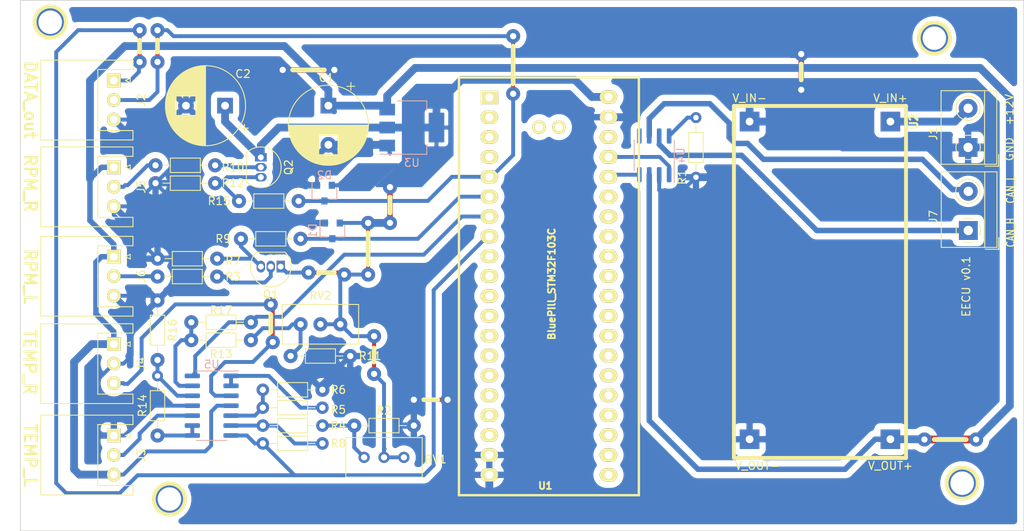
<source format=kicad_pcb>
(kicad_pcb (version 20171130) (host pcbnew 5.0.2+dfsg1-1~bpo9+1)
  (title_block (title EECU) (date 2019-05-25) (rev v01) (company "Red Tails") (comment 1 "Author: Rafael Hiller"))
  (layers (0 F.Cu signal hide) (31 B.Cu signal) (34 B.Paste user) (35 F.Paste user) (36 B.SilkS user) (37 F.SilkS user) (38 B.Mask user) (39 F.Mask user) (44 Edge.Cuts user))
  (net 0 "")
  (net 1 GND)
  (net 2 +5V)
  (net 3 +3V3)
  (net 4 RPM_OUT_LEFT)
  (net 5 RPM_OUT_RIGHT)
  (net 6 +12V)
  (net 7 TEMP_IN_LEFT)
  (net 8 TEMP_IN_RIGHT)
  (net 9 RPM_IN_RIGHT)
  (net 10 RPM_IN_LEFT)
  (net 11 CAN_H)
  (net 12 CAN_L)
  (net 13 "Net-(Q1-Pad3)")
  (net 14 "Net-(Q1-Pad2)")
  (net 15 "Net-(Q2-Pad2)")
  (net 16 "Net-(Q2-Pad3)")
  (net 17 "Net-(R1-Pad1)")
  (net 18 "Net-(R2-Pad1)")
  (net 19 "Net-(R4-Pad2)")
  (net 20 "Net-(R5-Pad1)")
  (net 21 "Net-(R5-Pad2)")
  (net 22 TEMP_OUT_RIGHT)
  (net 23 "Net-(R11-Pad1)")
  (net 24 "Net-(R13-Pad2)")
  (net 25 "Net-(R14-Pad2)")
  (net 26 "Net-(R14-Pad1)")
  (net 27 TEMP_OUT_LEFT)
  (net 28 CAN_TX)
  (net 29 CAN_RX)
  (net 30 "Net-(U4-Pad5)")
  (net 31 "Net-(U1-Pad38)")
  (net 32 "Net-(U1-Pad35)")
  (net 33 "Net-(U1-Pad34)")
  (net 34 "Net-(U1-Pad33)")
  (net 35 "Net-(U1-Pad32)")
  (net 36 "Net-(U1-Pad31)")
  (net 37 "Net-(U1-Pad30)")
  (net 38 "Net-(U1-Pad29)")
  (net 39 "Net-(U1-Pad28)")
  (net 40 "Net-(U1-Pad27)")
  (net 41 "Net-(U1-Pad26)")
  (net 42 "Net-(U1-Pad25)")
  (net 43 "Net-(U1-Pad24)")
  (net 44 "Net-(U1-Pad23)")
  (net 45 "Net-(U1-Pad22)")
  (net 46 "Net-(U1-Pad21)")
  (net 47 "Net-(U1-Pad18)")
  (net 48 "Net-(U1-Pad17)")
  (net 49 "Net-(U1-Pad16)")
  (net 50 "Net-(U1-Pad15)")
  (net 51 "Net-(U1-Pad12)")
  (net 52 "Net-(U1-Pad11)")
  (net 53 "Net-(U1-Pad10)")
  (net 54 "Net-(U1-Pad9)")
  (net 55 "Net-(U1-Pad4)")
  (net 56 "Net-(U1-Pad3)")
  (net 57 "Net-(U1-Pad2)")
  (net 58 "Net-(U1-Pad1)")
  (net 59 "Net-(U1-Pad14)")
  (net 60 "Net-(U1-Pad13)")
  (module TerminalBlock_4Ucon:TerminalBlock_4Ucon_1x02_P3.50mm_Horizontal (layer F.Cu) (at 164.338 32.004 90)
    (fp_text reference J1 (at 1.75 -4.46 90) (layer F.SilkS))
    (fp_text value BUS_PWR)
    (pad 2 thru_hole circle (at 5 0 90) (size 2.4 2.4) (drill 1.2) (layers *.Cu *.Mask) (net 6 +12V))
    (pad 1 thru_hole rect (at 0 0 90) (size 2.4 2.4) (drill 1.2) (layers *.Cu *.Mask) (net 1 GND))
  )
  (module TerminalBlock_4Ucon:TerminalBlock_4Ucon_1x02_P3.50mm_Horizontal (layer F.Cu) (at 164.36086 42.62374 90)
    (fp_text reference J7 (at 1.75 -4.46 90) (layer F.SilkS))
    (fp_text value BUS_CAN)
    (pad 2 thru_hole circle (at 5 0 90) (size 2.4 2.4) (drill 1.2) (layers *.Cu *.Mask) (net 12 CAN_L))
    (pad 1 thru_hole rect (at 0 0 90) (size 2.4 2.4) (drill 1.2) (layers *.Cu *.Mask) (net 11 CAN_H))
  )
  (module Connectors_JST:JST_XH_S03B-XH-A_03x2.50mm_Angled (layer F.Cu) (at 55.118 45.974 270)
    (fp_text reference J6 (at 2.5 -3.5 270) (layer F.SilkS))
    (fp_text value RPM_Left)
    (pad 3 thru_hole circle (at 5 0 270) (size 1.75 1.75) (drill 1) (layers *.Cu *.Mask F.SilkS) (net 1 GND))
    (pad 2 thru_hole circle (at 2.5 0 270) (size 1.75 1.75) (drill 1) (layers *.Cu *.Mask F.SilkS) (net 10 RPM_IN_LEFT))
    (pad 1 thru_hole rect (at 0 0 270) (size 1.75 1.75) (drill 1) (layers *.Cu *.Mask F.SilkS) (net 2 +5V))
  )
  (module Connectors_JST:JST_XH_S03B-XH-A_03x2.50mm_Angled (layer F.Cu) (at 55.118 57.15 270)
    (fp_text reference J4 (at 2.5 -3.5 270) (layer F.SilkS))
    (fp_text value Temp_Right)
    (pad 1 thru_hole rect (at 0 0 270) (size 1.75 1.75) (drill 1) (layers *.Cu *.Mask F.SilkS) (net 2 +5V))
    (pad 2 thru_hole circle (at 2.5 0 270) (size 1.75 1.75) (drill 1) (layers *.Cu *.Mask F.SilkS) (net 1 GND))
    (pad 3 thru_hole circle (at 5 0 270) (size 1.75 1.75) (drill 1) (layers *.Cu *.Mask F.SilkS) (net 8 TEMP_IN_RIGHT))
  )
  (module Connectors_JST:JST_XH_S03B-XH-A_03x2.50mm_Angled (layer F.Cu) (at 55.118 68.834 270)
    (fp_text reference J3 (at 2.5 -3.5 270) (layer F.SilkS))
    (fp_text value Temp_Left)
    (pad 1 thru_hole rect (at 0 0 270) (size 1.75 1.75) (drill 1) (layers *.Cu *.Mask F.SilkS) (net 1 GND))
    (pad 2 thru_hole circle (at 2.5 0 270) (size 1.75 1.75) (drill 1) (layers *.Cu *.Mask F.SilkS) (net 7 TEMP_IN_LEFT))
    (pad 3 thru_hole circle (at 5 0 270) (size 1.75 1.75) (drill 1) (layers *.Cu *.Mask F.SilkS) (net 2 +5V))
  )
  (module Connectors_JST:JST_XH_S03B-XH-A_03x2.50mm_Angled (layer F.Cu) (at 55.118 23.448 270)
    (fp_text reference J2 (at 2.5 -3.5 270) (layer F.SilkS))
    (fp_text value Data_out)
    (pad 3 thru_hole circle (at 5 0 270) (size 1.75 1.75) (drill 1) (layers *.Cu *.Mask F.SilkS) (net 1 GND))
    (pad 2 thru_hole circle (at 2.5 0 270) (size 1.75 1.75) (drill 1) (layers *.Cu *.Mask F.SilkS) (net 5 RPM_OUT_RIGHT))
    (pad 1 thru_hole rect (at 0 0 270) (size 1.75 1.75) (drill 1) (layers *.Cu *.Mask F.SilkS) (net 22 TEMP_OUT_RIGHT))
  )
  (module Connectors_JST:JST_XH_S03B-XH-A_03x2.50mm_Angled (layer F.Cu) (at 55.118 34.544 270)
    (fp_text reference J5 (at 2.5 -3.5 270) (layer F.SilkS))
    (fp_text value RPM_Right)
    (pad 1 thru_hole rect (at 0 0 270) (size 1.75 1.75) (drill 1) (layers *.Cu *.Mask F.SilkS) (net 2 +5V))
    (pad 2 thru_hole circle (at 2.5 0 270) (size 1.75 1.75) (drill 1) (layers *.Cu *.Mask F.SilkS) (net 9 RPM_IN_RIGHT))
    (pad 3 thru_hole circle (at 5 0 270) (size 1.75 1.75) (drill 1) (layers *.Cu *.Mask F.SilkS) (net 1 GND))
  )
  (module Switching_regulator_foot:switching_regulator (layer F.Cu) (at 136.398 28.702 270)
    (fp_text reference U2 (at 0 -21 270) (layer F.SilkS) (effects (font (thickness 0.25))))
    (fp_text value Switching_Regulator)
    (fp_text user V_IN- (at -3 0 180) (layer F.SilkS))
    (fp_text user V_IN+ (at -3 -18) (layer F.SilkS))
    (fp_text user V_OUT+ (at 44 -18) (layer F.SilkS))
    (fp_text user V_OUT- (at 44 -1) (layer F.SilkS))
    (pad 4 thru_hole rect (at 0 0 270) (size 2.5 2.5) (drill 1) (layers *.Cu *.Mask) (net 1 GND))
    (pad 2 thru_hole rect (at 40.61 0 270) (size 2.5 2.5) (drill 1) (layers *.Cu *.Mask) (net 1 GND))
    (pad 3 thru_hole rect (at 0 -18 270) (size 2.5 2.5) (drill 1) (layers *.Cu *.Mask) (net 6 +12V))
    (pad 1 thru_hole rect (at 40.61 -18 270) (size 2.5 2.5) (drill 1) (layers *.Cu *.Mask) (net 2 +5V))
  )
  (module BluePill_Shield:BluePill_STM32F103C (layer F.Cu) (at 103.124 25.654)
    (fp_text reference U1 (at 7.1628 49.6062 180) (layer F.SilkS) (effects (font (size 0.889 0.889) (thickness 0.3048))))
    (fp_text value BluePill_STM32F103C (at 7.9756 23.7998 90) (layer F.SilkS) (effects (font (size 0.889 0.889) (thickness 0.22225))))
    (pad 42 thru_hole oval (at 6.36 3.7592 90) (size 1.7272 1.7272) (drill 1.016) (layers *.Cu *.Mask F.SilkS))
    (pad 41 thru_hole oval (at 8.9 3.7592 90) (size 1.7272 1.7272) (drill 1.016) (layers *.Cu *.Mask F.SilkS))
    (pad 40 thru_hole oval (at 15.24 -0.1016 90) (size 1.7272 2.25) (drill 1.016) (layers *.Cu *.Mask F.SilkS) (net 3 +3V3))
    (pad 39 thru_hole oval (at 15.24 2.4892 90) (size 1.7272 2.25) (drill 1.016) (layers *.Cu *.Mask F.SilkS) (net 1 GND))
    (pad 38 thru_hole oval (at 15.24 5.0292 90) (size 1.7272 2.25) (drill 1.016) (layers *.Cu *.Mask F.SilkS) (net 31 "Net-(U1-Pad38)"))
    (pad 37 thru_hole oval (at 15.24 7.5692 90) (size 1.7272 2.25) (drill 1.016) (layers *.Cu *.Mask F.SilkS) (net 28 CAN_TX))
    (pad 36 thru_hole oval (at 15.24 10.1092 90) (size 1.7272 2.25) (drill 1.016) (layers *.Cu *.Mask F.SilkS) (net 29 CAN_RX))
    (pad 35 thru_hole oval (at 15.24 12.6492 90) (size 1.7272 2.25) (drill 1.016) (layers *.Cu *.Mask F.SilkS) (net 32 "Net-(U1-Pad35)"))
    (pad 34 thru_hole oval (at 15.24 15.1892 90) (size 1.7272 2.25) (drill 1.016) (layers *.Cu *.Mask F.SilkS) (net 33 "Net-(U1-Pad34)"))
    (pad 33 thru_hole oval (at 15.24 17.7292 90) (size 1.7272 2.25) (drill 1.016) (layers *.Cu *.Mask F.SilkS) (net 34 "Net-(U1-Pad33)"))
    (pad 32 thru_hole oval (at 15.24 20.2692 90) (size 1.7272 2.25) (drill 1.016) (layers *.Cu *.Mask F.SilkS) (net 35 "Net-(U1-Pad32)"))
    (pad 31 thru_hole oval (at 15.24 22.8092 90) (size 1.7272 2.25) (drill 1.016) (layers *.Cu *.Mask F.SilkS) (net 36 "Net-(U1-Pad31)"))
    (pad 30 thru_hole oval (at 15.24 25.3492 90) (size 1.7272 2.25) (drill 1.016) (layers *.Cu *.Mask F.SilkS) (net 37 "Net-(U1-Pad30)"))
    (pad 29 thru_hole oval (at 15.24 27.8892 90) (size 1.7272 2.25) (drill 1.016) (layers *.Cu *.Mask F.SilkS) (net 38 "Net-(U1-Pad29)"))
    (pad 28 thru_hole oval (at 15.24 30.4292 90) (size 1.7272 2.25) (drill 1.016) (layers *.Cu *.Mask F.SilkS) (net 39 "Net-(U1-Pad28)"))
    (pad 27 thru_hole oval (at 15.24 32.9692 90) (size 1.7272 2.25) (drill 1.016) (layers *.Cu *.Mask F.SilkS) (net 40 "Net-(U1-Pad27)"))
    (pad 26 thru_hole oval (at 15.24 35.5092 90) (size 1.7272 2.25) (drill 1.016) (layers *.Cu *.Mask F.SilkS) (net 41 "Net-(U1-Pad26)"))
    (pad 25 thru_hole oval (at 15.24 38.0492 90) (size 1.7272 2.25) (drill 1.016) (layers *.Cu *.Mask F.SilkS) (net 42 "Net-(U1-Pad25)"))
    (pad 24 thru_hole oval (at 15.24 40.5892 90) (size 1.7272 2.25) (drill 1.016) (layers *.Cu *.Mask F.SilkS) (net 43 "Net-(U1-Pad24)"))
    (pad 23 thru_hole oval (at 15.24 43.1292 90) (size 1.7272 2.25) (drill 1.016) (layers *.Cu *.Mask F.SilkS) (net 44 "Net-(U1-Pad23)"))
    (pad 22 thru_hole oval (at 15.24 45.6692 90) (size 1.7272 2.25) (drill 1.016) (layers *.Cu *.Mask F.SilkS) (net 45 "Net-(U1-Pad22)"))
    (pad 21 thru_hole oval (at 15.24 48.2092 90) (size 1.7272 2.25) (drill 1.016) (layers *.Cu *.Mask F.SilkS) (net 46 "Net-(U1-Pad21)"))
    (pad 20 thru_hole oval (at 0 48.2092 270) (size 1.7272 2.25) (drill 1.016) (layers *.Cu *.Mask F.SilkS) (net 1 GND))
    (pad 19 thru_hole oval (at 0 45.6692 270) (size 1.7272 2.25) (drill 1.016) (layers *.Cu *.Mask F.SilkS) (net 1 GND))
    (pad 18 thru_hole oval (at 0 43.1292 270) (size 1.7272 2.25) (drill 1.016) (layers *.Cu *.Mask F.SilkS) (net 47 "Net-(U1-Pad18)"))
    (pad 17 thru_hole oval (at 0 40.5892 270) (size 1.7272 2.25) (drill 1.016) (layers *.Cu *.Mask F.SilkS) (net 48 "Net-(U1-Pad17)"))
    (pad 16 thru_hole oval (at 0 38.0492 270) (size 1.7272 2.25) (drill 1.016) (layers *.Cu *.Mask F.SilkS) (net 49 "Net-(U1-Pad16)"))
    (pad 15 thru_hole oval (at 0 35.5092 270) (size 1.7272 2.25) (drill 1.016) (layers *.Cu *.Mask F.SilkS) (net 50 "Net-(U1-Pad15)"))
    (pad 14 thru_hole oval (at 0 32.9692 270) (size 1.7272 2.25) (drill 1.016) (layers *.Cu *.Mask F.SilkS) (net 59 "Net-(U1-Pad14)"))
    (pad 13 thru_hole oval (at 0 30.4292 270) (size 1.7272 2.25) (drill 1.016) (layers *.Cu *.Mask F.SilkS) (net 60 "Net-(U1-Pad13)"))
    (pad 12 thru_hole oval (at 0 27.8892 270) (size 1.7272 2.25) (drill 1.016) (layers *.Cu *.Mask F.SilkS) (net 51 "Net-(U1-Pad12)"))
    (pad 11 thru_hole oval (at 0 25.3492 270) (size 1.7272 2.25) (drill 1.016) (layers *.Cu *.Mask F.SilkS) (net 52 "Net-(U1-Pad11)"))
    (pad 10 thru_hole oval (at 0 22.8092 270) (size 1.7272 2.25) (drill 1.016) (layers *.Cu *.Mask F.SilkS) (net 53 "Net-(U1-Pad10)"))
    (pad 9 thru_hole oval (at 0 20.2692 270) (size 1.7272 2.25) (drill 1.016) (layers *.Cu *.Mask F.SilkS) (net 54 "Net-(U1-Pad9)"))
    (pad 8 thru_hole oval (at 0 17.7292 270) (size 1.7272 2.25) (drill 1.016) (layers *.Cu *.Mask F.SilkS) (net 22 TEMP_OUT_RIGHT))
    (pad 7 thru_hole oval (at 0 15.1892 270) (size 1.7272 2.25) (drill 1.016) (layers *.Cu *.Mask F.SilkS) (net 27 TEMP_OUT_LEFT))
    (pad 6 thru_hole oval (at 0 12.6492 270) (size 1.7272 2.25) (drill 1.016) (layers *.Cu *.Mask F.SilkS) (net 4 RPM_OUT_LEFT))
    (pad 5 thru_hole oval (at 0 10.1092 270) (size 1.7272 2.25) (drill 1.016) (layers *.Cu *.Mask F.SilkS) (net 5 RPM_OUT_RIGHT))
    (pad 4 thru_hole oval (at 0 7.5692 270) (size 1.7272 2.25) (drill 1.016) (layers *.Cu *.Mask F.SilkS) (net 55 "Net-(U1-Pad4)"))
    (pad 3 thru_hole oval (at 0 5.0292 270) (size 1.7272 2.25) (drill 1.016) (layers *.Cu *.Mask F.SilkS) (net 56 "Net-(U1-Pad3)"))
    (pad 2 thru_hole oval (at 0 2.4892 270) (size 1.7272 2.25) (drill 1.016) (layers *.Cu *.Mask F.SilkS) (net 57 "Net-(U1-Pad2)"))
    (pad 1 thru_hole rect (at 0 -0.0508 270) (size 1.7272 2.25) (drill 1.016) (layers *.Cu *.Mask F.SilkS) (net 58 "Net-(U1-Pad1)"))
  )
  (module Capacitor_THT:CP_Radial_D10.0mm_P5.00mm (layer F.Cu) (at 82.55 26.67 270)
    (fp_text reference C1 (at -3.556 0.254 180) (layer F.SilkS))
    (fp_text value 10uF)
    (pad 2 thru_hole circle (at 5 0 270) (size 2 2) (drill 1) (layers *.Cu *.Mask) (net 1 GND))
    (pad 1 thru_hole rect (at 0 0 270) (size 2 2) (drill 1) (layers *.Cu *.Mask) (net 2 +5V))
  )
  (module Capacitor_THT:CP_Radial_D10.0mm_P5.00mm (layer F.Cu) (at 69.342 26.67 180)
    (fp_text reference C2 (at -2.286 4.064) (layer F.SilkS))
    (fp_text value 22uF)
    (pad 1 thru_hole rect (at 0 0 180) (size 2 2) (drill 1) (layers *.Cu *.Mask) (net 3 +3V3))
    (pad 2 thru_hole circle (at 5 0 180) (size 2 2) (drill 1) (layers *.Cu *.Mask) (net 1 GND))
  )
  (module Package_TO_SOT_SMD:SOT-23 (layer B.Cu) (at 83.058 42.672 270)
    (fp_text reference D1 (at 0 2.5 90) (layer B.SilkS) (effects (justify mirror)))
    (fp_text value BAT54S)
    (pad 3 smd rect (at 1 0 270) (size 0.9 0.8) (layers B.Cu B.Paste B.Mask) (net 4 RPM_OUT_LEFT))
    (pad 2 smd rect (at -1 -0.95 270) (size 0.9 0.8) (layers B.Cu B.Paste B.Mask) (net 3 +3V3))
    (pad 1 smd rect (at -1 0.95 270) (size 0.9 0.8) (layers B.Cu B.Paste B.Mask) (net 1 GND))
  )
  (module Package_TO_SOT_SMD:SOT-23 (layer B.Cu) (at 82.042 37.846 270)
    (fp_text reference D2 (at -2.286 0 180) (layer B.SilkS) (effects (justify mirror)))
    (fp_text value BAT54S)
    (pad 1 smd rect (at -1 0.95 270) (size 0.9 0.8) (layers B.Cu B.Paste B.Mask) (net 1 GND))
    (pad 2 smd rect (at -1 -0.95 270) (size 0.9 0.8) (layers B.Cu B.Paste B.Mask) (net 3 +3V3))
    (pad 3 smd rect (at 1 0 270) (size 0.9 0.8) (layers B.Cu B.Paste B.Mask) (net 5 RPM_OUT_RIGHT))
  )
  (module Package_TO_SOT_THT:TO-92_Inline (layer F.Cu) (at 76.454 47.244 180)
    (fp_text reference Q1 (at 1.27 -3.56) (layer F.SilkS))
    (fp_text value BC547)
    (pad 1 thru_hole rect (at 0 0 180) (size 1.05 1.5) (drill 0.75) (layers *.Cu *.Mask) (net 3 +3V3))
    (pad 3 thru_hole oval (at 2.54 0 180) (size 1.05 1.5) (drill 0.75) (layers *.Cu *.Mask) (net 13 "Net-(Q1-Pad3)"))
    (pad 2 thru_hole oval (at 1.27 0 180) (size 1.05 1.5) (drill 0.75) (layers *.Cu *.Mask) (net 14 "Net-(Q1-Pad2)"))
  )
  (module Package_TO_SOT_THT:TO-92_Inline (layer F.Cu) (at 73.914 33.274 270)
    (fp_text reference Q2 (at 1.27 -3.56 90) (layer F.SilkS))
    (fp_text value BC547)
    (pad 2 thru_hole oval (at 1.27 0 270) (size 1.05 1.5) (drill 0.75) (layers *.Cu *.Mask) (net 15 "Net-(Q2-Pad2)"))
    (pad 3 thru_hole oval (at 2.54 0 270) (size 1.05 1.5) (drill 0.75) (layers *.Cu *.Mask) (net 16 "Net-(Q2-Pad3)"))
    (pad 1 thru_hole rect (at 0 0 270) (size 1.05 1.5) (drill 0.75) (layers *.Cu *.Mask) (net 3 +3V3))
  )
  (module Resistor_THT:R_Axial_DIN0204_L3.6mm_D1.6mm_P7.62mm_Horizontal (layer F.Cu) (at 129.54 28.194 270)
    (fp_text reference R1 (at 7.62 1.778 90) (layer F.SilkS))
    (fp_text value 10k)
    (pad 1 thru_hole circle (at 0 0 270) (size 1.4 1.4) (drill 0.7) (layers *.Cu *.Mask) (net 17 "Net-(R1-Pad1)"))
    (pad 2 thru_hole oval (at 7.62 0 270) (size 1.4 1.4) (drill 0.7) (layers *.Cu *.Mask) (net 1 GND))
  )
  (module Resistor_THT:R_Axial_DIN0204_L3.6mm_D1.6mm_P7.62mm_Horizontal (layer F.Cu) (at 85.852 67.564)
    (fp_text reference R2 (at 3.81 -1.92) (layer F.SilkS))
    (fp_text value 100)
    (pad 2 thru_hole oval (at 7.62 0) (size 1.4 1.4) (drill 0.7) (layers *.Cu *.Mask) (net 1 GND))
    (pad 1 thru_hole circle (at 0 0) (size 1.4 1.4) (drill 0.7) (layers *.Cu *.Mask) (net 18 "Net-(R2-Pad1)"))
  )
  (module Resistor_THT:R_Axial_DIN0204_L3.6mm_D1.6mm_P7.62mm_Horizontal (layer F.Cu) (at 68.326 48.514 180)
    (fp_text reference R3 (at -2.032 0) (layer F.SilkS))
    (fp_text value 10k)
    (pad 2 thru_hole oval (at 7.62 0 180) (size 1.4 1.4) (drill 0.7) (layers *.Cu *.Mask) (net 10 RPM_IN_LEFT))
    (pad 1 thru_hole circle (at 0 0 180) (size 1.4 1.4) (drill 0.7) (layers *.Cu *.Mask) (net 14 "Net-(Q1-Pad2)"))
  )
  (module Resistor_THT:R_Axial_DIN0204_L3.6mm_D1.6mm_P7.62mm_Horizontal (layer F.Cu) (at 81.788 67.564 180)
    (fp_text reference R4 (at -2.032 0) (layer F.SilkS))
    (fp_text value 10k)
    (pad 1 thru_hole circle (at 0 0 180) (size 1.4 1.4) (drill 0.7) (layers *.Cu *.Mask) (net 18 "Net-(R2-Pad1)"))
    (pad 2 thru_hole oval (at 7.62 0 180) (size 1.4 1.4) (drill 0.7) (layers *.Cu *.Mask) (net 19 "Net-(R4-Pad2)"))
  )
  (module Resistor_THT:R_Axial_DIN0204_L3.6mm_D1.6mm_P7.62mm_Horizontal (layer F.Cu) (at 81.788 65.278 180)
    (fp_text reference R5 (at -2.032 -0.254) (layer F.SilkS))
    (fp_text value 10k)
    (pad 1 thru_hole circle (at 0 0 180) (size 1.4 1.4) (drill 0.7) (layers *.Cu *.Mask) (net 20 "Net-(R5-Pad1)"))
    (pad 2 thru_hole oval (at 7.62 0 180) (size 1.4 1.4) (drill 0.7) (layers *.Cu *.Mask) (net 21 "Net-(R5-Pad2)"))
  )
  (module Resistor_THT:R_Axial_DIN0204_L3.6mm_D1.6mm_P7.62mm_Horizontal (layer F.Cu) (at 81.788 62.992 180)
    (fp_text reference R6 (at -2.032 0) (layer F.SilkS))
    (fp_text value 30k)
    (pad 2 thru_hole oval (at 7.62 0 180) (size 1.4 1.4) (drill 0.7) (layers *.Cu *.Mask) (net 21 "Net-(R5-Pad2)"))
    (pad 1 thru_hole circle (at 0 0 180) (size 1.4 1.4) (drill 0.7) (layers *.Cu *.Mask) (net 1 GND))
  )
  (module Resistor_THT:R_Axial_DIN0204_L3.6mm_D1.6mm_P7.62mm_Horizontal (layer F.Cu) (at 68.326 46.228 180)
    (fp_text reference R7 (at -2.032 -0.254) (layer F.SilkS))
    (fp_text value 10k)
    (pad 1 thru_hole circle (at 0 0 180) (size 1.4 1.4) (drill 0.7) (layers *.Cu *.Mask) (net 13 "Net-(Q1-Pad3)"))
    (pad 2 thru_hole oval (at 7.62 0 180) (size 1.4 1.4) (drill 0.7) (layers *.Cu *.Mask) (net 1 GND))
  )
  (module Resistor_THT:R_Axial_DIN0204_L3.6mm_D1.6mm_P7.62mm_Horizontal (layer F.Cu) (at 81.788 69.85 180)
    (fp_text reference R8 (at -2.032 0) (layer F.SilkS))
    (fp_text value 30k)
    (pad 1 thru_hole circle (at 0 0 180) (size 1.4 1.4) (drill 0.7) (layers *.Cu *.Mask) (net 19 "Net-(R4-Pad2)"))
    (pad 2 thru_hole oval (at 7.62 0 180) (size 1.4 1.4) (drill 0.7) (layers *.Cu *.Mask) (net 22 TEMP_OUT_RIGHT))
  )
  (module Resistor_THT:R_Axial_DIN0204_L3.6mm_D1.6mm_P7.62mm_Horizontal (layer F.Cu) (at 78.994 43.688 180)
    (fp_text reference R9 (at 9.906 0) (layer F.SilkS))
    (fp_text value 10k)
    (pad 2 thru_hole oval (at 7.62 0 180) (size 1.4 1.4) (drill 0.7) (layers *.Cu *.Mask) (net 13 "Net-(Q1-Pad3)"))
    (pad 1 thru_hole circle (at 0 0 180) (size 1.4 1.4) (drill 0.7) (layers *.Cu *.Mask) (net 4 RPM_OUT_LEFT))
  )
  (module Resistor_THT:R_Axial_DIN0204_L3.6mm_D1.6mm_P7.62mm_Horizontal (layer F.Cu) (at 68.072 34.29 180)
    (fp_text reference R10 (at -2.286 -0.254) (layer F.SilkS))
    (fp_text value 10k)
    (pad 1 thru_hole circle (at 0 0 180) (size 1.4 1.4) (drill 0.7) (layers *.Cu *.Mask) (net 15 "Net-(Q2-Pad2)"))
    (pad 2 thru_hole oval (at 7.62 0 180) (size 1.4 1.4) (drill 0.7) (layers *.Cu *.Mask) (net 9 RPM_IN_RIGHT))
  )
  (module Resistor_THT:R_Axial_DIN0204_L3.6mm_D1.6mm_P7.62mm_Horizontal (layer F.Cu) (at 77.724 58.674)
    (fp_text reference R11 (at 10.16 0) (layer F.SilkS))
    (fp_text value 100)
    (pad 1 thru_hole circle (at 0 0) (size 1.4 1.4) (drill 0.7) (layers *.Cu *.Mask) (net 23 "Net-(R11-Pad1)"))
    (pad 2 thru_hole oval (at 7.62 0) (size 1.4 1.4) (drill 0.7) (layers *.Cu *.Mask) (net 1 GND))
  )
  (module Resistor_THT:R_Axial_DIN0204_L3.6mm_D1.6mm_P7.62mm_Horizontal (layer F.Cu) (at 68.072 36.576 180)
    (fp_text reference R12 (at -2.286 0) (layer F.SilkS))
    (fp_text value 10k)
    (pad 2 thru_hole oval (at 7.62 0 180) (size 1.4 1.4) (drill 0.7) (layers *.Cu *.Mask) (net 1 GND))
    (pad 1 thru_hole circle (at 0 0 180) (size 1.4 1.4) (drill 0.7) (layers *.Cu *.Mask) (net 16 "Net-(Q2-Pad3)"))
  )
  (module Resistor_THT:R_Axial_DIN0204_L3.6mm_D1.6mm_P7.62mm_Horizontal (layer F.Cu) (at 72.644 56.642 180)
    (fp_text reference R13 (at 3.81 -1.778) (layer F.SilkS))
    (fp_text value 10k)
    (pad 2 thru_hole oval (at 7.62 0 180) (size 1.4 1.4) (drill 0.7) (layers *.Cu *.Mask) (net 24 "Net-(R13-Pad2)"))
    (pad 1 thru_hole circle (at 0 0 180) (size 1.4 1.4) (drill 0.7) (layers *.Cu *.Mask) (net 23 "Net-(R11-Pad1)"))
  )
  (module Resistor_THT:R_Axial_DIN0204_L3.6mm_D1.6mm_P7.62mm_Horizontal (layer F.Cu) (at 60.706 68.834 90)
    (fp_text reference R14 (at 3.81 -1.92 90) (layer F.SilkS))
    (fp_text value 10k)
    (pad 2 thru_hole oval (at 7.62 0 90) (size 1.4 1.4) (drill 0.7) (layers *.Cu *.Mask) (net 25 "Net-(R14-Pad2)"))
    (pad 1 thru_hole circle (at 0 0 90) (size 1.4 1.4) (drill 0.7) (layers *.Cu *.Mask) (net 26 "Net-(R14-Pad1)"))
  )
  (module Resistor_THT:R_Axial_DIN0204_L3.6mm_D1.6mm_P7.62mm_Horizontal (layer F.Cu) (at 78.74 38.862 180)
    (fp_text reference R15 (at 10.16 0) (layer F.SilkS))
    (fp_text value 10k)
    (pad 1 thru_hole circle (at 0 0 180) (size 1.4 1.4) (drill 0.7) (layers *.Cu *.Mask) (net 5 RPM_OUT_RIGHT))
    (pad 2 thru_hole oval (at 7.62 0 180) (size 1.4 1.4) (drill 0.7) (layers *.Cu *.Mask) (net 16 "Net-(Q2-Pad3)"))
  )
  (module Resistor_THT:R_Axial_DIN0204_L3.6mm_D1.6mm_P7.62mm_Horizontal (layer F.Cu) (at 60.706 51.562 270)
    (fp_text reference R16 (at 3.81 -1.92 90) (layer F.SilkS))
    (fp_text value 30k)
    (pad 1 thru_hole circle (at 0 0 270) (size 1.4 1.4) (drill 0.7) (layers *.Cu *.Mask) (net 1 GND))
    (pad 2 thru_hole oval (at 7.62 0 270) (size 1.4 1.4) (drill 0.7) (layers *.Cu *.Mask) (net 25 "Net-(R14-Pad2)"))
  )
  (module Resistor_THT:R_Axial_DIN0204_L3.6mm_D1.6mm_P7.62mm_Horizontal (layer F.Cu) (at 65.024 54.356)
    (fp_text reference R17 (at 3.81 -1.524) (layer F.SilkS))
    (fp_text value 30k)
    (pad 2 thru_hole oval (at 7.62 0) (size 1.4 1.4) (drill 0.7) (layers *.Cu *.Mask) (net 27 TEMP_OUT_LEFT))
    (pad 1 thru_hole circle (at 0 0) (size 1.4 1.4) (drill 0.7) (layers *.Cu *.Mask) (net 24 "Net-(R13-Pad2)"))
  )
  (module Potentiometer_THT:Potentiometer_Bourns_3296W_Vertical (layer F.Cu) (at 92.202 71.628)
    (fp_text reference RV1 (at 4.064 0.254) (layer F.SilkS))
    (fp_text value R_POT_TRIM_US)
    (pad 1 thru_hole circle (at 0 0) (size 1.44 1.44) (drill 0.8) (layers *.Cu *.Mask) (net 3 +3V3))
    (pad 2 thru_hole circle (at -2.54 0) (size 1.44 1.44) (drill 0.8) (layers *.Cu *.Mask) (net 3 +3V3))
    (pad 3 thru_hole circle (at -5.08 0) (size 1.44 1.44) (drill 0.8) (layers *.Cu *.Mask) (net 18 "Net-(R2-Pad1)"))
  )
  (module Potentiometer_THT:Potentiometer_Bourns_3296W_Vertical (layer F.Cu) (at 84.074 54.61)
    (fp_text reference RV2 (at -2.54 -3.66) (layer F.SilkS))
    (fp_text value R_POT_TRIM_US)
    (pad 3 thru_hole circle (at -5.08 0) (size 1.44 1.44) (drill 0.8) (layers *.Cu *.Mask) (net 23 "Net-(R11-Pad1)"))
    (pad 2 thru_hole circle (at -2.54 0) (size 1.44 1.44) (drill 0.8) (layers *.Cu *.Mask) (net 3 +3V3))
    (pad 1 thru_hole circle (at 0 0) (size 1.44 1.44) (drill 0.8) (layers *.Cu *.Mask) (net 3 +3V3))
  )
  (module Package_TO_SOT_SMD:SOT-223-3_TabPin2 (layer B.Cu) (at 93.218 29.464)
    (fp_text reference U3 (at 0 4.5) (layer B.SilkS) (effects (justify mirror)))
    (fp_text value AMS1117-3.3)
    (pad 2 smd rect (at 3.15 0) (size 2 3.8) (layers B.Cu B.Paste B.Mask) (net 3 +3V3))
    (pad 2 smd rect (at -3.15 0) (size 2 1.5) (layers B.Cu B.Paste B.Mask) (net 3 +3V3))
    (pad 3 smd rect (at -3.15 -2.3) (size 2 1.5) (layers B.Cu B.Paste B.Mask) (net 2 +5V))
    (pad 1 smd rect (at -3.15 2.3) (size 2 1.5) (layers B.Cu B.Paste B.Mask) (net 1 GND))
  )
  (module Package_SO:SOIC-8_3.9x4.9mm_P1.27mm (layer B.Cu) (at 124.206 33.02 90)
    (fp_text reference U4 (at 0 3.4 90) (layer B.SilkS) (effects (justify mirror)))
    (fp_text value MCP2551-I-SN)
    (pad 1 smd roundrect (at -2.475 1.905 90) (size 1.95 0.6) (layers B.Cu B.Paste B.Mask) (net 28 CAN_TX))
    (pad 2 smd roundrect (at -2.475 0.635 90) (size 1.95 0.6) (layers B.Cu B.Paste B.Mask) (net 1 GND))
    (pad 3 smd roundrect (at -2.475 -0.635 90) (size 1.95 0.6) (layers B.Cu B.Paste B.Mask) (net 2 +5V))
    (pad 4 smd roundrect (at -2.475 -1.905 90) (size 1.95 0.6) (layers B.Cu B.Paste B.Mask) (net 29 CAN_RX))
    (pad 5 smd roundrect (at 2.475 -1.905 90) (size 1.95 0.6) (layers B.Cu B.Paste B.Mask) (net 30 "Net-(U4-Pad5)"))
    (pad 6 smd roundrect (at 2.475 -0.635 90) (size 1.95 0.6) (layers B.Cu B.Paste B.Mask) (net 12 CAN_L))
    (pad 7 smd roundrect (at 2.475 0.635 90) (size 1.95 0.6) (layers B.Cu B.Paste B.Mask) (net 11 CAN_H))
    (pad 8 smd roundrect (at 2.475 1.905 90) (size 1.95 0.6) (layers B.Cu B.Paste B.Mask) (net 17 "Net-(R1-Pad1)"))
  )
  (module Package_SO:SOIC-14_3.9x8.7mm_P1.27mm (layer B.Cu) (at 67.629 65.024 180)
    (fp_text reference U5 (at 0 5.28 180) (layer B.SilkS) (effects (justify mirror)))
    (fp_text value LM324)
    (pad 1 smd roundrect (at -2.475 3.81 180) (size 1.95 0.6) (layers B.Cu B.Paste B.Mask) (net 20 "Net-(R5-Pad1)"))
    (pad 2 smd roundrect (at -2.475 2.54 180) (size 1.95 0.6) (layers B.Cu B.Paste B.Mask) (net 20 "Net-(R5-Pad1)"))
    (pad 3 smd roundrect (at -2.475 1.27 180) (size 1.95 0.6) (layers B.Cu B.Paste B.Mask) (net 8 TEMP_IN_RIGHT))
    (pad 4 smd roundrect (at -2.475 0 180) (size 1.95 0.6) (layers B.Cu B.Paste B.Mask) (net 2 +5V))
    (pad 5 smd roundrect (at -2.475 -1.27 180) (size 1.95 0.6) (layers B.Cu B.Paste B.Mask) (net 21 "Net-(R5-Pad2)"))
    (pad 6 smd roundrect (at -2.475 -2.54 180) (size 1.95 0.6) (layers B.Cu B.Paste B.Mask) (net 19 "Net-(R4-Pad2)"))
    (pad 7 smd roundrect (at -2.475 -3.81 180) (size 1.95 0.6) (layers B.Cu B.Paste B.Mask) (net 22 TEMP_OUT_RIGHT))
    (pad 8 smd roundrect (at 2.475 -3.81 180) (size 1.95 0.6) (layers B.Cu B.Paste B.Mask) (net 26 "Net-(R14-Pad1)"))
    (pad 9 smd roundrect (at 2.475 -2.54 180) (size 1.95 0.6) (layers B.Cu B.Paste B.Mask) (net 26 "Net-(R14-Pad1)"))
    (pad 10 smd roundrect (at 2.475 -1.27 180) (size 1.95 0.6) (layers B.Cu B.Paste B.Mask) (net 7 TEMP_IN_LEFT))
    (pad 11 smd roundrect (at 2.475 0 180) (size 1.95 0.6) (layers B.Cu B.Paste B.Mask) (net 1 GND))
    (pad 12 smd roundrect (at 2.475 1.27 180) (size 1.95 0.6) (layers B.Cu B.Paste B.Mask) (net 25 "Net-(R14-Pad2)"))
    (pad 13 smd roundrect (at 2.475 2.54 180) (size 1.95 0.6) (layers B.Cu B.Paste B.Mask) (net 24 "Net-(R13-Pad2)"))
    (pad 14 smd roundrect (at 2.475 3.81 180) (size 1.95 0.6) (layers B.Cu B.Paste B.Mask) (net 27 TEMP_OUT_LEFT))
  )
  (gr_text "EECU v0.1" (at 164.084 49.784 90) (layer F.SilkS) (effects (font (size 1 1))))
  (gr_circle (center 46.99 15.97) (end 48.99 15.97) (layer F.SilkS) (width 0.5))
  (gr_circle (center 62.23 76.962) (end 64.23 76.962) (layer F.SilkS) (width 0.5))
  (gr_circle (center 163.576 74.93) (end 165.576 74.93) (layer F.SilkS) (width 0.5))
  (gr_circle (center 160.02 18.034) (end 162.02 18.034) (layer F.SilkS) (width 0.5))
  (gr_line (start 106.172 23.876) (end 106.172 19.05) (layer F.SilkS) (width 0.6))
  (gr_line (start 60.706 19.812) (end 60.706 18.288) (layer F.SilkS) (width 0.6))
  (gr_text "GND  +12V" (at 169.6212 29.464 90) (layer F.SilkS) (effects (font (size 1 1))))
  (gr_text "CAN_H   CAN_L" (at 169.7736 40.1828 90) (layer F.SilkS) (effects (font (size 1 0.8))))
  (gr_text "DATA_out\n" (at 44.45 25.908 270) (layer F.SilkS) (effects (font (size 1.5 1.5) (thickness 0.3))))
  (gr_text "RPM_R\n" (at 44.45 36.576 270) (layer F.SilkS) (effects (font (size 1.5 1.5) (thickness 0.3))))
  (gr_text "RPM_L\n" (at 44.45 48.514 270) (layer F.SilkS) (effects (font (size 1.5 1.5) (thickness 0.3))))
  (gr_text "TEMP_R\n\n" (at 43.18 59.436 270) (layer F.SilkS) (effects (font (size 1.5 1.5) (thickness 0.3))))
  (gr_text "TEMP_L\n" (at 44.45 71.374 270) (layer F.SilkS) (effects (font (size 1.5 1.5) (thickness 0.3))))
  (gr_line (start 43.18 81.026) (end 43.18 13.208) (layer Edge.Cuts) (width 0.1))
  (gr_line (start 171.45 81.026) (end 43.18 81.026) (layer Edge.Cuts) (width 0.1))
  (gr_line (start 171.45 13.208) (end 171.45 81.026) (layer Edge.Cuts) (width 0.1))
  (gr_line (start 43.18 13.208) (end 171.45 13.208) (layer Edge.Cuts) (width 0.1))
  (gr_line (start 58.42 19.812) (end 58.42 18.288) (layer F.SilkS) (width 0.6))
  (gr_line (start 143.002 21.336) (end 143.002 23.368) (layer F.SilkS) (width 0.6))
  (gr_line (start 82.042 22.098) (end 77.978 22.098) (layer F.SilkS) (width 0.6))
  (gr_line (start 75.184 55.626) (end 75.184 53.34) (layer F.SilkS) (width 0.6))
  (gr_line (start 90.424 38.354) (end 90.424 40.386) (layer F.SilkS) (width 0.6))
  (gr_line (start 83.312 48.006) (end 81.28 48.006) (layer F.SilkS) (width 0.6))
  (gr_line (start 160.02 69.342) (end 164.084 69.342) (layer F.SilkS) (width 0.6))
  (gr_line (start 160.02 69.342) (end 164.084 69.342) (layer F.SilkS) (width 0.6))
  (gr_line (start 87.63 46.99) (end 87.63 42.926) (layer F.SilkS) (width 0.6))
  (gr_line (start 88.392 59.436) (end 88.392 57.658) (layer F.SilkS) (width 0.6))
  (gr_line (start 94.742 64.262) (end 96.52 64.262) (layer F.SilkS) (width 0.6))
  (via (at 46.99 16.002) (size 4) (drill 3) (layers F.Cu B.Cu) (net 0))
  (via (at 160.02 18.034) (size 4) (drill 3) (layers F.Cu B.Cu) (net 0))
  (via (at 163.576 74.93) (size 4) (drill 3) (layers F.Cu B.Cu) (net 0))
  (via (at 62.23 76.962) (size 4) (drill 3) (layers F.Cu B.Cu) (net 0))
  (via (at 143.002 24.638) (size 1.8) (drill 0.8) (layers F.Cu B.Cu) (net 1))
  (via (at 143.002 20.066) (size 1.8) (drill 0.8) (layers F.Cu B.Cu) (net 1))
  (via (at 76.708 22.098) (size 1.8) (drill 0.8) (layers F.Cu B.Cu) (net 1))
  (via (at 83.312 22.098) (size 1.8) (drill 0.8) (layers F.Cu B.Cu) (net 1))
  (segment (start 103.124 71.3232) (end 103.124 73.8632) (width 0.5) (layer B.Cu) (net 1))
  (segment (start 60.118 50.974) (end 60.706 51.562) (width 0.5) (layer B.Cu) (net 1))
  (segment (start 55.118 50.974) (end 60.118 50.974) (width 0.5) (layer B.Cu) (net 1))
  (segment (start 62.484 46.228) (end 60.706 46.228) (width 0.5) (layer B.Cu) (net 1))
  (segment (start 62.992 46.736) (end 62.484 46.228) (width 0.5) (layer B.Cu) (net 1))
  (segment (start 60.706 51.562) (end 62.992 49.276) (width 0.5) (layer B.Cu) (net 1))
  (segment (start 62.992 49.276) (end 62.992 46.736) (width 0.5) (layer B.Cu) (net 1))
  (segment (start 55.118 40.64) (end 55.118 39.544) (width 0.5) (layer B.Cu) (net 1))
  (segment (start 57.484 39.544) (end 60.452 36.576) (width 0.5) (layer B.Cu) (net 1))
  (segment (start 55.118 39.544) (end 57.484 39.544) (width 0.5) (layer B.Cu) (net 1))
  (segment (start 55.118 28.448) (end 57.912 28.448) (width 0.5) (layer B.Cu) (net 1))
  (segment (start 57.912 28.448) (end 62.738 33.274) (width 0.5) (layer B.Cu) (net 1))
  (segment (start 62.738 34.29) (end 60.452 36.576) (width 0.5) (layer B.Cu) (net 1))
  (segment (start 62.738 33.274) (end 62.738 34.29) (width 0.5) (layer B.Cu) (net 1))
  (segment (start 124.841 35.495) (end 124.841 36.57) (width 0.5) (layer B.Cu) (net 1))
  (segment (start 124.841 35.495) (end 124.841 37.465) (width 0.5) (layer B.Cu) (net 1))
  (segment (start 124.841 37.465) (end 125.222 37.846) (width 0.5) (layer B.Cu) (net 1))
  (segment (start 127.508 37.846) (end 129.54 35.814) (width 0.5) (layer B.Cu) (net 1))
  (segment (start 125.222 37.846) (end 127.508 37.846) (width 0.5) (layer B.Cu) (net 1))
  (segment (start 89.72 31.416) (end 90.068 31.764) (width 0.7) (layer B.Cu) (net 1))
  (segment (start 62.564 28.448) (end 64.342 26.67) (width 0.7) (layer B.Cu) (net 1))
  (segment (start 57.912 28.448) (end 62.564 28.448) (width 0.7) (layer B.Cu) (net 1))
  (segment (start 81.092 33.128) (end 82.55 31.67) (width 0.5) (layer B.Cu) (net 1))
  (segment (start 81.092 36.846) (end 81.092 33.128) (width 0.5) (layer B.Cu) (net 1))
  (segment (start 127.508 37.846) (end 127.508 52.07) (width 0.7) (layer B.Cu) (net 1))
  (segment (start 136.398 60.96) (end 136.398 69.312) (width 0.7) (layer B.Cu) (net 1))
  (segment (start 127.508 52.07) (end 136.398 60.96) (width 0.7) (layer B.Cu) (net 1))
  (segment (start 145.034 28.702) (end 148.336 32.004) (width 1) (layer B.Cu) (net 1))
  (segment (start 136.398 28.702) (end 145.034 28.702) (width 1) (layer B.Cu) (net 1))
  (segment (start 148.336 32.004) (end 157.988 32.004) (width 1) (layer B.Cu) (net 1))
  (segment (start 81.788 62.23) (end 85.344 58.674) (width 0.7) (layer B.Cu) (net 1))
  (segment (start 81.788 62.992) (end 81.788 62.23) (width 0.7) (layer B.Cu) (net 1))
  (segment (start 56.896 42.418) (end 55.118 40.64) (width 0.5) (layer B.Cu) (net 1))
  (segment (start 60.706 46.228) (end 56.896 42.418) (width 0.5) (layer B.Cu) (net 1))
  (segment (start 64.516 40.64) (end 60.452 36.576) (width 0.5) (layer B.Cu) (net 1))
  (segment (start 72.644 40.64) (end 64.516 40.64) (width 0.5) (layer B.Cu) (net 1))
  (segment (start 79.922 36.576) (end 76.708 36.576) (width 0.5) (layer B.Cu) (net 1))
  (segment (start 81.092 36.846) (end 80.192 36.846) (width 0.5) (layer B.Cu) (net 1))
  (segment (start 80.192 36.846) (end 79.922 36.576) (width 0.5) (layer B.Cu) (net 1))
  (segment (start 90.068 31.764) (end 90.424 32.766) (width 0.5) (layer B.Cu) (net 1))
  (via (at 81.788 62.992) (size 1.8) (drill 0.8) (layers F.Cu B.Cu) (net 1))
  (via (at 85.344 58.674) (size 1.8) (drill 0.8) (layers F.Cu B.Cu) (net 1))
  (via (at 60.706 46.228) (size 1.8) (drill 0.8) (layers F.Cu B.Cu) (net 1))
  (via (at 60.706 51.562) (size 1.8) (drill 0.8) (layers F.Cu B.Cu) (net 1))
  (via (at 93.472 67.564) (size 1.8) (drill 0.8) (layers F.Cu B.Cu) (net 1))
  (via (at 60.452 36.576) (size 1.8) (drill 0.8) (layers F.Cu B.Cu) (net 1))
  (segment (start 90.424 32.766) (end 90.424 32.766) (width 0.5) (layer B.Cu) (net 1))
  (via (at 93.472 64.262) (size 1.8) (drill 0.8) (layers F.Cu B.Cu) (net 1))
  (segment (start 90.424 32.766) (end 90.068 31.764) (width 0.5) (layer B.Cu) (net 1))
  (via (at 97.79 64.262) (size 1.8) (drill 0.8) (layers F.Cu B.Cu) (net 1))
  (segment (start 93.472 67.564) (end 93.472 64.262) (width 0.5) (layer B.Cu) (net 1))
  (segment (start 93.472 64.262) (end 97.79 64.262) (width 0.5) (layer F.Cu) (net 1))
  (segment (start 100.5332 71.3232) (end 103.124 71.3232) (width 0.5) (layer B.Cu) (net 1))
  (segment (start 97.79 64.262) (end 97.79 68.58) (width 0.5) (layer B.Cu) (net 1))
  (segment (start 97.79 68.58) (end 100.5332 71.3232) (width 0.5) (layer B.Cu) (net 1))
  (segment (start 86.333949 58.674) (end 85.344 58.674) (width 0.5) (layer B.Cu) (net 1))
  (segment (start 89.156792 58.674) (end 86.333949 58.674) (width 0.5) (layer B.Cu) (net 1))
  (segment (start 93.472 62.989208) (end 89.156792 58.674) (width 0.5) (layer B.Cu) (net 1))
  (segment (start 93.472 64.262) (end 93.472 62.989208) (width 0.5) (layer B.Cu) (net 1))
  (segment (start 77.486 41.672) (end 74.549 38.735) (width 0.5) (layer B.Cu) (net 1))
  (segment (start 82.108 41.672) (end 77.486 41.672) (width 0.5) (layer B.Cu) (net 1))
  (segment (start 76.708 36.576) (end 74.549 38.735) (width 0.5) (layer B.Cu) (net 1))
  (segment (start 74.549 38.735) (end 72.644 40.64) (width 0.5) (layer B.Cu) (net 1))
  (segment (start 132.842 35.814) (end 129.54 35.814) (width 1) (layer B.Cu) (net 1))
  (segment (start 166.538 32.004) (end 167.64 33.106) (width 1) (layer B.Cu) (net 1))
  (segment (start 164.338 32.004) (end 166.538 32.004) (width 1) (layer B.Cu) (net 1))
  (segment (start 167.64 33.106) (end 167.64 42.926) (width 1) (layer B.Cu) (net 1))
  (segment (start 140.716 43.688) (end 132.842 35.814) (width 1) (layer B.Cu) (net 1))
  (segment (start 136.398 26.452) (end 134.33 24.384) (width 1) (layer B.Cu) (net 1))
  (segment (start 136.398 28.702) (end 136.398 26.452) (width 1) (layer B.Cu) (net 1))
  (segment (start 134.33 24.384) (end 124.714 24.384) (width 1) (layer B.Cu) (net 1))
  (segment (start 120.9548 28.1432) (end 118.364 28.1432) (width 1) (layer B.Cu) (net 1))
  (segment (start 124.714 24.384) (end 120.9548 28.1432) (width 1) (layer B.Cu) (net 1))
  (segment (start 103.124 75.7268) (end 103.5972 76.2) (width 1) (layer B.Cu) (net 1))
  (segment (start 103.124 73.8632) (end 103.124 75.7268) (width 1) (layer B.Cu) (net 1))
  (segment (start 103.5972 76.2) (end 154.432 76.2) (width 1) (layer B.Cu) (net 1))
  (segment (start 154.432 76.2) (end 167.64 62.992) (width 1) (layer B.Cu) (net 1))
  (segment (start 89.974 31.67) (end 90.068 31.764) (width 1) (layer B.Cu) (net 1))
  (segment (start 82.55 31.67) (end 89.974 31.67) (width 1) (layer B.Cu) (net 1))
  (segment (start 56.493 68.834) (end 55.118 68.834) (width 0.5) (layer B.Cu) (net 1))
  (segment (start 60.303 65.024) (end 56.493 68.834) (width 0.5) (layer B.Cu) (net 1))
  (segment (start 65.154 65.024) (end 60.303 65.024) (width 0.5) (layer B.Cu) (net 1))
  (segment (start 53.743 68.834) (end 52.578 67.669) (width 0.5) (layer B.Cu) (net 1))
  (segment (start 55.118 68.834) (end 53.743 68.834) (width 0.5) (layer B.Cu) (net 1))
  (segment (start 52.578 62.19) (end 55.118 59.65) (width 0.5) (layer B.Cu) (net 1))
  (segment (start 52.578 67.669) (end 52.578 62.19) (width 0.5) (layer B.Cu) (net 1))
  (segment (start 57.404 53.26) (end 55.118 50.974) (width 0.5) (layer B.Cu) (net 1))
  (segment (start 57.404 58.601436) (end 57.404 53.26) (width 0.5) (layer B.Cu) (net 1))
  (segment (start 55.118 59.65) (end 56.355436 59.65) (width 0.5) (layer B.Cu) (net 1))
  (segment (start 56.355436 59.65) (end 57.404 58.601436) (width 0.5) (layer B.Cu) (net 1))
  (segment (start 64.342 26.67) (end 64.342 24.558) (width 0.7) (layer B.Cu) (net 1))
  (segment (start 64.342 24.558) (end 66.802 22.098) (width 0.7) (layer B.Cu) (net 1))
  (segment (start 66.802 22.098) (end 76.708 22.098) (width 0.7) (layer B.Cu) (net 1))
  (segment (start 145.034 26.67) (end 143.002 24.638) (width 1) (layer B.Cu) (net 1))
  (segment (start 145.034 28.702) (end 145.034 26.67) (width 1) (layer B.Cu) (net 1))
  (segment (start 141.729208 20.066) (end 141.475208 19.812) (width 1) (layer B.Cu) (net 1))
  (segment (start 143.002 20.066) (end 141.729208 20.066) (width 1) (layer B.Cu) (net 1))
  (segment (start 85.598 19.812) (end 83.312 22.098) (width 1) (layer B.Cu) (net 1))
  (segment (start 141.475208 19.812) (end 85.598 19.812) (width 1) (layer B.Cu) (net 1))
  (segment (start 143.002 24.638) (end 143.002 20.066) (width 0.7) (layer F.Cu) (net 1))
  (segment (start 76.708 22.098) (end 83.312 22.098) (width 0.7) (layer F.Cu) (net 1))
  (segment (start 140.716 43.688) (end 140.716 43.99026) (width 1) (layer B.Cu) (net 1))
  (segment (start 143.13916 46.41342) (end 167.64 46.41342) (width 1) (layer B.Cu) (net 1))
  (segment (start 140.716 43.99026) (end 143.13916 46.41342) (width 1) (layer B.Cu) (net 1))
  (segment (start 167.64 62.992) (end 167.64 46.41342) (width 1) (layer B.Cu) (net 1))
  (segment (start 167.64 46.41342) (end 167.64 42.926) (width 1) (layer B.Cu) (net 1))
  (segment (start 157.988 32.004) (end 164.338 32.004) (width 1) (layer B.Cu) (net 1))
  (via (at 158.75 69.342) (size 1.8) (drill 0.8) (layers F.Cu B.Cu) (net 2))
  (segment (start 53.543 34.544) (end 52.07 36.017) (width 0.7) (layer B.Cu) (net 2))
  (segment (start 55.118 34.544) (end 53.543 34.544) (width 0.7) (layer B.Cu) (net 2))
  (segment (start 55.118 44.399) (end 55.118 45.974) (width 0.7) (layer B.Cu) (net 2))
  (segment (start 52.07 41.351) (end 55.118 44.399) (width 0.7) (layer B.Cu) (net 2))
  (segment (start 52.07 36.017) (end 52.07 41.351) (width 0.7) (layer B.Cu) (net 2))
  (segment (start 53.543 45.974) (end 52.832 46.685) (width 0.7) (layer B.Cu) (net 2))
  (segment (start 55.118 45.974) (end 53.543 45.974) (width 0.7) (layer B.Cu) (net 2))
  (segment (start 52.832 46.685) (end 52.832 53.289) (width 0.7) (layer B.Cu) (net 2))
  (segment (start 55.118 55.575) (end 55.118 57.15) (width 0.7) (layer B.Cu) (net 2))
  (segment (start 52.832 53.289) (end 55.118 55.575) (width 0.7) (layer B.Cu) (net 2))
  (segment (start 56.355436 73.834) (end 59.323436 70.866) (width 0.5) (layer B.Cu) (net 2))
  (segment (start 55.118 73.834) (end 56.355436 73.834) (width 0.5) (layer B.Cu) (net 2))
  (segment (start 59.323436 70.866) (end 66.802 70.866) (width 0.5) (layer B.Cu) (net 2))
  (segment (start 66.802 70.866) (end 67.564 70.104) (width 0.5) (layer B.Cu) (net 2))
  (segment (start 67.564 70.104) (end 67.564 65.786) (width 0.5) (layer B.Cu) (net 2))
  (segment (start 68.326 65.024) (end 70.104 65.024) (width 0.5) (layer B.Cu) (net 2))
  (segment (start 67.564 65.786) (end 68.326 65.024) (width 0.5) (layer B.Cu) (net 2))
  (segment (start 83.298 27.418) (end 82.55 26.67) (width 0.7) (layer B.Cu) (net 2))
  (segment (start 123.571 66.929) (end 123.571 35.495) (width 0.7) (layer B.Cu) (net 2))
  (segment (start 129.794 73.152) (end 123.571 66.929) (width 0.7) (layer B.Cu) (net 2))
  (segment (start 148.608 73.152) (end 129.794 73.152) (width 0.7) (layer B.Cu) (net 2))
  (segment (start 154.398 69.312) (end 152.448 69.312) (width 0.7) (layer B.Cu) (net 2))
  (segment (start 152.448 69.312) (end 148.608 73.152) (width 0.7) (layer B.Cu) (net 2))
  (segment (start 82.55 24.67) (end 76.93 19.05) (width 1) (layer B.Cu) (net 2))
  (segment (start 52.07 23.485998) (end 52.07 36.017) (width 1) (layer B.Cu) (net 2))
  (segment (start 56.505998 19.05) (end 52.07 23.485998) (width 1) (layer B.Cu) (net 2))
  (segment (start 76.93 19.05) (end 56.505998 19.05) (width 1) (layer B.Cu) (net 2))
  (segment (start 50.72 73.834) (end 55.118 73.834) (width 1) (layer B.Cu) (net 2))
  (segment (start 50.038 73.152) (end 50.72 73.834) (width 1) (layer B.Cu) (net 2))
  (segment (start 50.038 59.436) (end 50.038 73.152) (width 1) (layer B.Cu) (net 2))
  (segment (start 55.118 57.15) (end 52.324 57.15) (width 1) (layer B.Cu) (net 2))
  (segment (start 52.324 57.15) (end 50.038 59.436) (width 1) (layer B.Cu) (net 2))
  (segment (start 90.068 25.414) (end 93.638 21.844) (width 1) (layer B.Cu) (net 2))
  (segment (start 90.068 27.164) (end 90.068 25.414) (width 1) (layer B.Cu) (net 2))
  (segment (start 93.638 21.844) (end 165.862 21.844) (width 1) (layer B.Cu) (net 2))
  (segment (start 165.862 21.844) (end 169.672 25.654) (width 1) (layer B.Cu) (net 2))
  (segment (start 169.672 25.654) (end 169.672 65.024) (width 1) (layer B.Cu) (net 2))
  (segment (start 169.672 65.024) (end 165.354 69.342) (width 1) (layer B.Cu) (net 2))
  (segment (start 165.354 69.342) (end 165.354 69.342) (width 1) (layer B.Cu) (net 2))
  (via (at 165.354 69.342) (size 1.8) (drill 0.8) (layers F.Cu B.Cu) (net 2))
  (segment (start 158.72 69.312) (end 158.75 69.342) (width 1) (layer B.Cu) (net 2))
  (segment (start 154.398 69.312) (end 158.72 69.312) (width 1) (layer B.Cu) (net 2))
  (segment (start 165.354 69.342) (end 158.75 69.342) (width 1) (layer F.Cu) (net 2))
  (segment (start 82.55 26.67) (end 82.55 24.67) (width 1) (layer B.Cu) (net 2))
  (segment (start 89.574 26.67) (end 90.068 27.164) (width 1) (layer B.Cu) (net 2))
  (segment (start 82.55 26.67) (end 89.574 26.67) (width 1) (layer B.Cu) (net 2))
  (via (at 90.424 41.656) (size 1.8) (drill 0.8) (layers F.Cu B.Cu) (net 3))
  (via (at 90.424 37.084) (size 1.8) (drill 0.8) (layers F.Cu B.Cu) (net 3))
  (via (at 87.63 48.26) (size 1.8) (drill 0.8) (layers F.Cu B.Cu) (net 3))
  (via (at 87.63 41.656) (size 1.8) (drill 0.8) (layers F.Cu B.Cu) (net 3))
  (via (at 84.582 48.26) (size 1.8) (drill 0.8) (layers F.Cu B.Cu) (net 3))
  (via (at 80.01 48.006) (size 1.8) (drill 0.8) (layers F.Cu B.Cu) (net 3))
  (via (at 88.392 56.134) (size 1.8) (drill 0.8) (layers F.Cu B.Cu) (net 3))
  (via (at 88.392 60.96) (size 1.8) (drill 0.8) (layers F.Cu B.Cu) (net 3))
  (segment (start 81.534 54.61) (end 84.074 54.61) (width 0.5) (layer B.Cu) (net 3))
  (segment (start 89.662 71.628) (end 92.202 71.628) (width 0.5) (layer B.Cu) (net 3))
  (segment (start 83.892 36.846) (end 86.448 34.29) (width 0.5) (layer B.Cu) (net 3))
  (segment (start 82.992 36.846) (end 83.892 36.846) (width 0.5) (layer B.Cu) (net 3))
  (segment (start 86.448 34.29) (end 91.694 34.29) (width 0.5) (layer B.Cu) (net 3))
  (segment (start 91.694 34.29) (end 92.456 33.528) (width 0.5) (layer B.Cu) (net 3))
  (segment (start 90.068 29.464) (end 92.456 29.464) (width 0.7) (layer B.Cu) (net 3))
  (segment (start 92.456 29.464) (end 96.368 29.464) (width 0.7) (layer B.Cu) (net 3))
  (via (at 81.534 54.61) (size 1.8) (drill 0.8) (layers F.Cu B.Cu) (net 3))
  (via (at 84.074 54.61) (size 1.8) (drill 0.8) (layers F.Cu B.Cu) (net 3))
  (segment (start 89.662 71.628) (end 89.662 70.609767) (width 0.5) (layer B.Cu) (net 3))
  (segment (start 89.662 70.609767) (end 89.742001 70.529766) (width 0.5) (layer B.Cu) (net 3))
  (segment (start 89.662 62.23) (end 88.392 60.96) (width 0.5) (layer B.Cu) (net 3))
  (segment (start 89.662 71.628) (end 89.662 62.23) (width 0.5) (layer B.Cu) (net 3))
  (segment (start 85.598 56.134) (end 84.074 54.61) (width 0.5) (layer B.Cu) (net 3))
  (segment (start 88.392 56.134) (end 85.598 56.134) (width 0.5) (layer B.Cu) (net 3))
  (segment (start 88.392 60.96) (end 88.392 56.134) (width 0.5) (layer F.Cu) (net 3))
  (segment (start 84.328 48.006) (end 84.582 48.26) (width 0.5) (layer F.Cu) (net 3))
  (segment (start 80.01 48.006) (end 84.328 48.006) (width 0.5) (layer F.Cu) (net 3))
  (segment (start 84.074 48.768) (end 84.582 48.26) (width 0.5) (layer B.Cu) (net 3))
  (segment (start 84.074 54.61) (end 84.074 48.768) (width 0.5) (layer B.Cu) (net 3))
  (segment (start 77.216 48.006) (end 76.454 47.244) (width 0.5) (layer B.Cu) (net 3))
  (segment (start 80.01 48.006) (end 77.216 48.006) (width 0.5) (layer B.Cu) (net 3))
  (segment (start 84.582 48.26) (end 87.63 48.26) (width 0.5) (layer B.Cu) (net 3))
  (segment (start 84.024 41.656) (end 84.008 41.672) (width 0.5) (layer B.Cu) (net 3))
  (segment (start 87.63 41.656) (end 84.024 41.656) (width 0.5) (layer B.Cu) (net 3))
  (segment (start 87.63 48.26) (end 87.63 41.656) (width 0.5) (layer F.Cu) (net 3))
  (segment (start 96.368 26.564) (end 99.564 23.368) (width 1) (layer B.Cu) (net 3))
  (segment (start 96.368 29.464) (end 96.368 26.564) (width 1) (layer B.Cu) (net 3))
  (segment (start 116.239 25.5524) (end 118.364 25.5524) (width 1) (layer B.Cu) (net 3))
  (segment (start 114.0546 23.368) (end 116.239 25.5524) (width 1) (layer B.Cu) (net 3))
  (segment (start 99.564 23.368) (end 114.0546 23.368) (width 1) (layer B.Cu) (net 3))
  (segment (start 90.424 37.084) (end 92.456 35.052) (width 1) (layer B.Cu) (net 3))
  (segment (start 92.456 35.052) (end 92.456 33.528) (width 1) (layer B.Cu) (net 3))
  (segment (start 92.456 33.528) (end 92.456 29.464) (width 1) (layer B.Cu) (net 3))
  (segment (start 90.068 29.464) (end 96.368 29.464) (width 1) (layer B.Cu) (net 3))
  (segment (start 69.342 28.702) (end 73.914 33.274) (width 1) (layer B.Cu) (net 3))
  (segment (start 69.342 26.67) (end 69.342 28.702) (width 1) (layer B.Cu) (net 3))
  (segment (start 73.914 31.749) (end 73.914 33.274) (width 1) (layer B.Cu) (net 3))
  (segment (start 76.199 29.464) (end 73.914 31.749) (width 1) (layer B.Cu) (net 3))
  (segment (start 90.068 29.464) (end 76.199 29.464) (width 1) (layer B.Cu) (net 3))
  (segment (start 87.63 41.656) (end 90.424 41.656) (width 1) (layer B.Cu) (net 3))
  (segment (start 90.424 41.656) (end 90.424 37.084) (width 0.7) (layer F.Cu) (net 3))
  (segment (start 83.042 43.688) (end 83.058 43.672) (width 0.5) (layer B.Cu) (net 4))
  (segment (start 78.994 43.688) (end 83.042 43.688) (width 0.5) (layer B.Cu) (net 4))
  (segment (start 83.058 43.672) (end 83.058 43.722) (width 0.5) (layer B.Cu) (net 4))
  (segment (start 83.958 43.672) (end 83.974 43.688) (width 0.5) (layer B.Cu) (net 4))
  (segment (start 83.058 43.672) (end 83.958 43.672) (width 0.5) (layer B.Cu) (net 4))
  (segment (start 83.974 43.688) (end 93.98 43.688) (width 0.5) (layer B.Cu) (net 4))
  (segment (start 99.3648 38.3032) (end 103.124 38.3032) (width 0.5) (layer B.Cu) (net 4))
  (segment (start 93.98 43.688) (end 99.3648 38.3032) (width 0.5) (layer B.Cu) (net 4))
  (via (at 78.994 43.688) (size 1.8) (drill 0.8) (layers F.Cu B.Cu) (net 4))
  (via (at 106.172 17.78) (size 1.8) (drill 0.8) (layers F.Cu B.Cu) (net 5))
  (via (at 60.706 21.082) (size 1.8) (drill 0.8) (layers F.Cu B.Cu) (net 5))
  (via (at 60.706 17.018) (size 1.8) (drill 0.8) (layers F.Cu B.Cu) (net 5))
  (segment (start 82.026 38.862) (end 82.042 38.846) (width 0.5) (layer B.Cu) (net 5))
  (segment (start 78.74 38.862) (end 82.026 38.862) (width 0.5) (layer B.Cu) (net 5))
  (segment (start 82.042 38.846) (end 82.942 38.846) (width 0.5) (layer B.Cu) (net 5))
  (segment (start 90.186 38.846) (end 95.266 38.846) (width 0.5) (layer B.Cu) (net 5))
  (segment (start 90.186 38.846) (end 90.948 38.846) (width 0.5) (layer B.Cu) (net 5))
  (segment (start 82.942 38.846) (end 90.186 38.846) (width 0.5) (layer B.Cu) (net 5))
  (segment (start 98.3488 35.7632) (end 103.124 35.7632) (width 0.5) (layer B.Cu) (net 5))
  (segment (start 95.266 38.846) (end 98.3488 35.7632) (width 0.5) (layer B.Cu) (net 5))
  (via (at 78.74 38.862) (size 1.8) (drill 0.8) (layers F.Cu B.Cu) (net 5))
  (segment (start 103.3854 35.7632) (end 106.172 32.9766) (width 0.5) (layer B.Cu) (net 5))
  (segment (start 103.124 35.7632) (end 103.3854 35.7632) (width 0.5) (layer B.Cu) (net 5))
  (segment (start 106.172 32.9766) (end 106.172 25.146) (width 0.5) (layer B.Cu) (net 5))
  (segment (start 106.172 25.146) (end 106.172 25.146) (width 0.5) (layer B.Cu) (net 5))
  (via (at 106.172 25.146) (size 1.8) (drill 0.8) (layers F.Cu B.Cu) (net 5))
  (segment (start 106.172 23.873208) (end 106.172 17.78) (width 0.5) (layer F.Cu) (net 5))
  (segment (start 106.172 25.146) (end 106.172 23.873208) (width 0.5) (layer F.Cu) (net 5))
  (segment (start 106.172 17.78) (end 63.754 17.78) (width 0.5) (layer B.Cu) (net 5))
  (segment (start 60.706 24.892) (end 60.706 21.082) (width 0.5) (layer B.Cu) (net 5))
  (segment (start 55.118 25.948) (end 59.65 25.948) (width 0.5) (layer B.Cu) (net 5))
  (segment (start 59.65 25.948) (end 60.706 24.892) (width 0.5) (layer B.Cu) (net 5))
  (segment (start 62.740792 17.78) (end 63.754 17.78) (width 0.5) (layer B.Cu) (net 5))
  (segment (start 61.978792 17.018) (end 62.740792 17.78) (width 0.5) (layer B.Cu) (net 5))
  (segment (start 60.706 17.018) (end 61.978792 17.018) (width 0.5) (layer B.Cu) (net 5))
  (segment (start 60.706 21.082) (end 60.706 17.018) (width 0.5) (layer F.Cu) (net 5))
  (segment (start 154.596 28.504) (end 154.398 28.702) (width 1) (layer B.Cu) (net 6))
  (segment (start 162.64 28.702) (end 154.398 28.702) (width 1) (layer B.Cu) (net 6))
  (segment (start 164.338 27.004) (end 162.64 28.702) (width 1) (layer B.Cu) (net 6))
  (segment (start 56.355436 71.334) (end 58.42 69.269436) (width 0.5) (layer B.Cu) (net 7))
  (segment (start 55.118 71.334) (end 56.355436 71.334) (width 0.5) (layer B.Cu) (net 7))
  (segment (start 58.42 69.269436) (end 58.42 68.58) (width 0.5) (layer B.Cu) (net 7))
  (segment (start 60.706 66.294) (end 65.154 66.294) (width 0.5) (layer B.Cu) (net 7))
  (segment (start 58.42 68.58) (end 60.706 66.294) (width 0.5) (layer B.Cu) (net 7))
  (via (at 75.438 56.896) (size 1.8) (drill 0.8) (layers F.Cu B.Cu) (net 8))
  (segment (start 56.355436 62.15) (end 56.435436 62.23) (width 0.5) (layer B.Cu) (net 8))
  (segment (start 55.118 62.15) (end 56.355436 62.15) (width 0.5) (layer B.Cu) (net 8))
  (segment (start 56.435436 62.23) (end 56.896 62.23) (width 0.5) (layer B.Cu) (net 8))
  (segment (start 56.896 62.23) (end 58.674 60.452) (width 0.5) (layer B.Cu) (net 8))
  (segment (start 58.674 60.452) (end 58.674 56.388) (width 0.5) (layer B.Cu) (net 8))
  (segment (start 58.674 56.388) (end 62.992 52.07) (width 0.5) (layer B.Cu) (net 8))
  (segment (start 62.992 52.07) (end 75.184 52.07) (width 0.5) (layer B.Cu) (net 8))
  (segment (start 75.184 52.07) (end 75.184 52.07) (width 0.5) (layer B.Cu) (net 8))
  (via (at 75.184 52.07) (size 1.8) (drill 0.8) (layers F.Cu B.Cu) (net 8))
  (segment (start 72.898 59.436) (end 75.438 56.896) (width 0.5) (layer B.Cu) (net 8))
  (segment (start 69.342 59.436) (end 72.898 59.436) (width 0.5) (layer B.Cu) (net 8))
  (segment (start 67.564 61.214) (end 69.342 59.436) (width 0.5) (layer B.Cu) (net 8))
  (segment (start 67.564 63.246) (end 67.564 61.214) (width 0.5) (layer B.Cu) (net 8))
  (segment (start 70.104 63.754) (end 68.072 63.754) (width 0.5) (layer B.Cu) (net 8))
  (segment (start 68.072 63.754) (end 67.564 63.246) (width 0.5) (layer B.Cu) (net 8))
  (segment (start 75.438 52.324) (end 75.184 52.07) (width 0.5) (layer F.Cu) (net 8))
  (segment (start 75.438 56.896) (end 75.438 52.324) (width 0.5) (layer F.Cu) (net 8))
  (segment (start 56.355436 37.044) (end 56.569436 36.83) (width 0.5) (layer B.Cu) (net 9))
  (segment (start 55.118 37.044) (end 56.355436 37.044) (width 0.5) (layer B.Cu) (net 9))
  (segment (start 56.569436 36.83) (end 56.896 36.83) (width 0.5) (layer B.Cu) (net 9))
  (segment (start 59.436 34.29) (end 60.452 34.29) (width 0.5) (layer B.Cu) (net 9))
  (segment (start 56.896 36.83) (end 59.436 34.29) (width 0.5) (layer B.Cu) (net 9))
  (via (at 60.452 34.29) (size 1.8) (drill 0.8) (layers F.Cu B.Cu) (net 9))
  (segment (start 60.666 48.474) (end 60.706 48.514) (width 0.5) (layer B.Cu) (net 10))
  (segment (start 55.118 48.474) (end 60.666 48.474) (width 0.5) (layer B.Cu) (net 10))
  (via (at 60.706 48.514) (size 1.8) (drill 0.8) (layers F.Cu B.Cu) (net 10))
  (segment (start 124.841 30.545) (end 124.841 31.62) (width 0.5) (layer B.Cu) (net 11))
  (segment (start 144.98574 42.62374) (end 164.36086 42.62374) (width 0.7) (layer B.Cu) (net 11))
  (segment (start 135.382 33.02) (end 144.98574 42.62374) (width 0.7) (layer B.Cu) (net 11))
  (segment (start 124.841 31.62) (end 126.241 33.02) (width 0.7) (layer B.Cu) (net 11))
  (segment (start 126.241 33.02) (end 135.382 33.02) (width 0.7) (layer B.Cu) (net 11))
  (segment (start 164.592 37.394) (end 162.362 37.394) (width 0.7) (layer B.Cu) (net 12))
  (segment (start 162.362 37.394) (end 158.496 33.528) (width 0.7) (layer B.Cu) (net 12))
  (segment (start 158.496 33.528) (end 138.176 33.528) (width 0.7) (layer B.Cu) (net 12))
  (segment (start 138.176 33.528) (end 136.144 31.496) (width 0.7) (layer B.Cu) (net 12))
  (segment (start 134.544002 31.496) (end 133.782002 30.734) (width 0.7) (layer B.Cu) (net 12))
  (segment (start 136.144 31.496) (end 134.544002 31.496) (width 0.7) (layer B.Cu) (net 12))
  (segment (start 133.782002 30.734) (end 133.782002 28.880002) (width 0.7) (layer B.Cu) (net 12))
  (segment (start 133.782002 28.880002) (end 131.318 26.416) (width 0.7) (layer B.Cu) (net 12))
  (segment (start 131.318 26.416) (end 125.476 26.416) (width 0.7) (layer B.Cu) (net 12))
  (segment (start 123.571 28.321) (end 123.571 30.545) (width 0.7) (layer B.Cu) (net 12))
  (segment (start 125.476 26.416) (end 123.571 28.321) (width 0.7) (layer B.Cu) (net 12))
  (segment (start 72.898 46.228) (end 73.914 47.244) (width 0.5) (layer B.Cu) (net 13))
  (segment (start 68.326 46.228) (end 72.898 46.228) (width 0.5) (layer B.Cu) (net 13))
  (segment (start 72.898 46.201949) (end 72.898 46.228) (width 0.5) (layer B.Cu) (net 13))
  (segment (start 71.374 44.677949) (end 72.898 46.201949) (width 0.5) (layer B.Cu) (net 13))
  (segment (start 71.374 43.688) (end 71.374 44.677949) (width 0.5) (layer B.Cu) (net 13))
  (via (at 68.326 46.228) (size 1.8) (drill 0.8) (layers F.Cu B.Cu) (net 13))
  (via (at 71.374 43.688) (size 1.8) (drill 0.8) (layers F.Cu B.Cu) (net 13))
  (segment (start 75.184 48.514) (end 75.184 47.244) (width 0.5) (layer B.Cu) (net 14))
  (segment (start 74.422 49.276) (end 75.184 48.514) (width 0.5) (layer B.Cu) (net 14))
  (segment (start 70.077949 49.276) (end 74.422 49.276) (width 0.5) (layer B.Cu) (net 14))
  (segment (start 68.326 48.514) (end 69.315949 48.514) (width 0.5) (layer B.Cu) (net 14))
  (segment (start 69.315949 48.514) (end 70.077949 49.276) (width 0.5) (layer B.Cu) (net 14))
  (via (at 68.326 48.514) (size 1.8) (drill 0.8) (layers F.Cu B.Cu) (net 14))
  (segment (start 73.914 34.544) (end 70.358 34.544) (width 0.5) (layer B.Cu) (net 15))
  (segment (start 70.104 34.29) (end 68.072 34.29) (width 0.5) (layer B.Cu) (net 15))
  (segment (start 70.358 34.544) (end 70.104 34.29) (width 0.5) (layer B.Cu) (net 15))
  (via (at 68.072 34.29) (size 1.8) (drill 0.8) (layers F.Cu B.Cu) (net 15))
  (segment (start 68.834 36.576) (end 71.12 38.862) (width 0.5) (layer B.Cu) (net 16))
  (segment (start 68.072 36.576) (end 68.834 36.576) (width 0.5) (layer B.Cu) (net 16))
  (segment (start 69.596 35.814) (end 73.914 35.814) (width 0.5) (layer B.Cu) (net 16))
  (segment (start 68.834 36.576) (end 69.596 35.814) (width 0.5) (layer B.Cu) (net 16))
  (via (at 71.12 38.862) (size 1.8) (drill 0.8) (layers F.Cu B.Cu) (net 16))
  (via (at 68.072 36.576) (size 1.8) (drill 0.8) (layers F.Cu B.Cu) (net 16))
  (segment (start 128.462 28.194) (end 126.111 30.545) (width 0.5) (layer B.Cu) (net 17))
  (segment (start 129.54 28.194) (end 128.462 28.194) (width 0.5) (layer B.Cu) (net 17))
  (segment (start 81.788 67.564) (end 85.852 67.564) (width 0.5) (layer B.Cu) (net 18))
  (segment (start 87.122 71.628) (end 85.852 70.358) (width 0.5) (layer B.Cu) (net 18))
  (segment (start 85.852 70.358) (end 85.852 67.564) (width 0.5) (layer B.Cu) (net 18))
  (via (at 81.788 67.564) (size 1.6) (drill 0.8) (layers F.Cu B.Cu) (net 18))
  (via (at 85.852 67.564) (size 1.8) (drill 0.8) (layers F.Cu B.Cu) (net 18))
  (segment (start 74.168 67.564) (end 70.104 67.564) (width 0.5) (layer B.Cu) (net 19))
  (segment (start 81.788 69.85) (end 78.232 69.85) (width 0.5) (layer B.Cu) (net 19))
  (segment (start 75.946 67.564) (end 74.168 67.564) (width 0.5) (layer B.Cu) (net 19))
  (segment (start 78.232 69.85) (end 75.946 67.564) (width 0.5) (layer B.Cu) (net 19))
  (via (at 81.788 69.85) (size 1.6) (drill 0.8) (layers F.Cu B.Cu) (net 19))
  (via (at 74.168 67.564) (size 1.6) (drill 0.8) (layers F.Cu B.Cu) (net 19))
  (segment (start 70.104 62.484) (end 70.104 61.214) (width 0.5) (layer B.Cu) (net 20))
  (segment (start 81.788 65.278) (end 78.994 65.278) (width 0.5) (layer B.Cu) (net 20))
  (segment (start 74.93 61.214) (end 70.104 61.214) (width 0.5) (layer B.Cu) (net 20))
  (segment (start 78.994 65.278) (end 74.93 61.214) (width 0.5) (layer B.Cu) (net 20))
  (via (at 81.788 65.278) (size 1.6) (drill 0.8) (layers F.Cu B.Cu) (net 20))
  (segment (start 73.152 66.294) (end 70.104 66.294) (width 0.5) (layer B.Cu) (net 21))
  (segment (start 74.168 65.278) (end 73.152 66.294) (width 0.5) (layer B.Cu) (net 21))
  (segment (start 74.168 62.992) (end 74.168 65.278) (width 0.5) (layer B.Cu) (net 21))
  (via (at 74.168 62.992) (size 1.6) (drill 0.8) (layers F.Cu B.Cu) (net 21))
  (via (at 74.168 65.278) (size 1.6) (drill 0.8) (layers F.Cu B.Cu) (net 21))
  (via (at 58.42 21.082) (size 1.8) (drill 0.8) (layers F.Cu B.Cu) (net 22))
  (via (at 58.42 17.018) (size 1.8) (drill 0.8) (layers F.Cu B.Cu) (net 22))
  (via (at 74.168 69.85) (size 1.6) (drill 0.8) (layers F.Cu B.Cu) (net 22))
  (segment (start 70.104 68.834) (end 72.136 68.834) (width 0.5) (layer B.Cu) (net 22))
  (segment (start 73.152 69.85) (end 74.168 69.85) (width 0.5) (layer B.Cu) (net 22))
  (segment (start 72.136 68.834) (end 73.152 69.85) (width 0.5) (layer B.Cu) (net 22))
  (segment (start 55.118 23.448) (end 57.23 23.448) (width 0.5) (layer B.Cu) (net 22))
  (segment (start 57.23 23.448) (end 58.326 22.352) (width 0.5) (layer B.Cu) (net 22))
  (segment (start 58.326 21.176) (end 58.42 21.082) (width 0.5) (layer B.Cu) (net 22))
  (segment (start 58.326 22.352) (end 58.326 21.176) (width 0.5) (layer B.Cu) (net 22))
  (segment (start 102.8626 43.3832) (end 103.124 43.3832) (width 0.5) (layer B.Cu) (net 22))
  (segment (start 96.012 50.2338) (end 102.8626 43.3832) (width 0.5) (layer B.Cu) (net 22))
  (segment (start 96.012 72.644) (end 96.012 50.2338) (width 0.5) (layer B.Cu) (net 22))
  (segment (start 94.742 73.914) (end 96.012 72.644) (width 0.5) (layer B.Cu) (net 22))
  (segment (start 78.232 73.914) (end 94.742 73.914) (width 0.5) (layer B.Cu) (net 22))
  (segment (start 74.168 69.85) (end 78.232 73.914) (width 0.5) (layer B.Cu) (net 22))
  (segment (start 58.166 73.914) (end 55.88 76.2) (width 0.5) (layer B.Cu) (net 22))
  (segment (start 78.232 73.914) (end 58.166 73.914) (width 0.5) (layer B.Cu) (net 22))
  (segment (start 55.88 76.2) (end 49.022 76.2) (width 0.5) (layer B.Cu) (net 22))
  (segment (start 49.022 76.2) (end 47.752 74.93) (width 0.5) (layer B.Cu) (net 22))
  (segment (start 47.752 74.93) (end 47.752 19.812) (width 0.5) (layer B.Cu) (net 22))
  (segment (start 58.42 17.018) (end 50.8 17.018) (width 0.5) (layer B.Cu) (net 22))
  (segment (start 47.752 19.812) (end 50.546 17.018) (width 0.5) (layer B.Cu) (net 22))
  (segment (start 50.546 17.018) (end 50.8 17.018) (width 0.5) (layer B.Cu) (net 22))
  (segment (start 58.42 21.082) (end 58.42 17.018) (width 0.5) (layer F.Cu) (net 22))
  (via (at 77.724 58.674) (size 1.8) (drill 0.8) (layers F.Cu B.Cu) (net 23))
  (segment (start 78.994 57.404) (end 77.724 58.674) (width 0.5) (layer B.Cu) (net 23))
  (segment (start 78.994 54.61) (end 78.994 57.404) (width 0.5) (layer B.Cu) (net 23))
  (via (at 72.644 56.642) (size 1.8) (drill 0.8) (layers F.Cu B.Cu) (net 23))
  (via (at 78.994 54.61) (size 1.8) (drill 0.8) (layers F.Cu B.Cu) (net 23))
  (segment (start 77.975767 54.61) (end 77.467767 55.118) (width 0.5) (layer B.Cu) (net 23))
  (segment (start 78.994 54.61) (end 77.975767 54.61) (width 0.5) (layer B.Cu) (net 23))
  (segment (start 74.168 55.118) (end 72.644 56.642) (width 0.5) (layer B.Cu) (net 23))
  (segment (start 77.467767 55.118) (end 74.168 55.118) (width 0.5) (layer B.Cu) (net 23))
  (segment (start 65.024 54.356) (end 65.024 56.642) (width 0.5) (layer B.Cu) (net 24))
  (segment (start 63.5 62.484) (end 65.154 62.484) (width 0.5) (layer B.Cu) (net 24))
  (segment (start 62.992 61.976) (end 63.5 62.484) (width 0.5) (layer B.Cu) (net 24))
  (segment (start 62.992 57.404) (end 62.992 61.976) (width 0.5) (layer B.Cu) (net 24))
  (segment (start 65.024 56.642) (end 63.754 56.642) (width 0.5) (layer B.Cu) (net 24))
  (segment (start 63.754 56.642) (end 62.992 57.404) (width 0.5) (layer B.Cu) (net 24))
  (via (at 65.024 54.356) (size 1.8) (drill 0.8) (layers F.Cu B.Cu) (net 24))
  (via (at 65.024 56.642) (size 1.8) (drill 0.8) (layers F.Cu B.Cu) (net 24))
  (segment (start 63.246 63.754) (end 65.154 63.754) (width 0.5) (layer B.Cu) (net 25))
  (segment (start 60.706 61.214) (end 63.246 63.754) (width 0.5) (layer B.Cu) (net 25))
  (segment (start 60.706 61.214) (end 60.706 59.182) (width 0.5) (layer B.Cu) (net 25))
  (via (at 60.706 59.182) (size 1.8) (drill 0.8) (layers F.Cu B.Cu) (net 25))
  (segment (start 60.706 68.834) (end 65.154 68.834) (width 0.5) (layer B.Cu) (net 26))
  (segment (start 65.154 68.834) (end 65.154 67.564) (width 0.5) (layer B.Cu) (net 26))
  (via (at 60.706 68.834) (size 1.8) (drill 0.8) (layers F.Cu B.Cu) (net 26))
  (segment (start 103.124 40.8432) (end 101.499 40.8432) (width 0.5) (layer B.Cu) (net 27))
  (via (at 72.644 54.356) (size 1.8) (drill 0.8) (layers F.Cu B.Cu) (net 27))
  (segment (start 65.52471 60.84329) (end 65.52471 60.71329) (width 0.5) (layer B.Cu) (net 27))
  (segment (start 65.154 61.214) (end 65.52471 60.84329) (width 0.5) (layer B.Cu) (net 27))
  (segment (start 69.85 54.356) (end 72.644 54.356) (width 0.5) (layer B.Cu) (net 27))
  (segment (start 65.52471 58.68129) (end 69.85 54.356) (width 0.5) (layer B.Cu) (net 27))
  (segment (start 65.52471 60.84329) (end 65.52471 58.68129) (width 0.5) (layer B.Cu) (net 27))
  (segment (start 73.343999 53.656001) (end 76.645999 53.656001) (width 0.5) (layer B.Cu) (net 27))
  (segment (start 72.644 54.356) (end 73.343999 53.656001) (width 0.5) (layer B.Cu) (net 27))
  (segment (start 76.645999 53.656001) (end 84.582 45.72) (width 0.5) (layer B.Cu) (net 27))
  (segment (start 84.582 45.72) (end 94.742 45.72) (width 0.5) (layer B.Cu) (net 27))
  (segment (start 99.6188 40.8432) (end 101.499 40.8432) (width 0.5) (layer B.Cu) (net 27))
  (segment (start 94.742 45.72) (end 99.6188 40.8432) (width 0.5) (layer B.Cu) (net 27))
  (segment (start 119.989 33.2232) (end 118.364 33.2232) (width 0.5) (layer B.Cu) (net 28))
  (segment (start 124.9142 33.2232) (end 119.989 33.2232) (width 0.5) (layer B.Cu) (net 28))
  (segment (start 126.111 34.42) (end 124.9142 33.2232) (width 0.5) (layer B.Cu) (net 28))
  (segment (start 126.111 35.495) (end 126.111 34.42) (width 0.5) (layer B.Cu) (net 28))
  (segment (start 118.6322 35.495) (end 118.364 35.7632) (width 0.5) (layer B.Cu) (net 29))
  (segment (start 122.301 35.495) (end 118.6322 35.495) (width 0.5) (layer B.Cu) (net 29))
  (zone (net 3) (net_name +3V3) (layer B.Cu) (connect_pads (clearance 0.508)) (min_thickness 0.254) (fill yes (arc_segments 32) (thermal_gap 0.508) (thermal_bridge_width 0.508))
    (polygon (pts (xy 90.424 37.084) (xy 94.488 37.084) (xy 96.774 34.798) (xy 98.552 33.02) (xy 98.552 23.876) (xy 93.726 23.876) (xy 91.948 25.654) (xy 91.948 33.782) (xy 88.392 37.084)))
  )
  (zone (net 3) (net_name +3V3) (layer B.Cu) (connect_pads (clearance 0.508)) (min_thickness 0.254) (fill yes (arc_segments 32) (thermal_gap 0.508) (thermal_bridge_width 0.508))
    (polygon (pts (xy 83.566 36.83) (xy 82.296 36.83) (xy 82.296 37.338) (xy 82.55 37.592) (xy 83.82 37.592) (xy 87.884 37.592) (xy 88.392 37.084) (xy 91.694 34.036) (xy 86.36 34.036) (xy 84.074 36.322) (xy 82.296 36.322) (xy 82.296 36.83) (xy 82.804 36.83)))
  )
  (zone (net 1) (net_name GND) (layer B.Cu) (connect_pads (clearance 0.8)) (min_thickness 0.8) (fill yes (arc_segments 32) (thermal_gap 0.81) (thermal_bridge_width 0.81))
    (polygon (pts (xy 43.18 13.208) (xy 171.45 13.208) (xy 171.45 80.9752) (xy 171.45 81.026) (xy 43.18 81.026)))
  )
)
</source>
